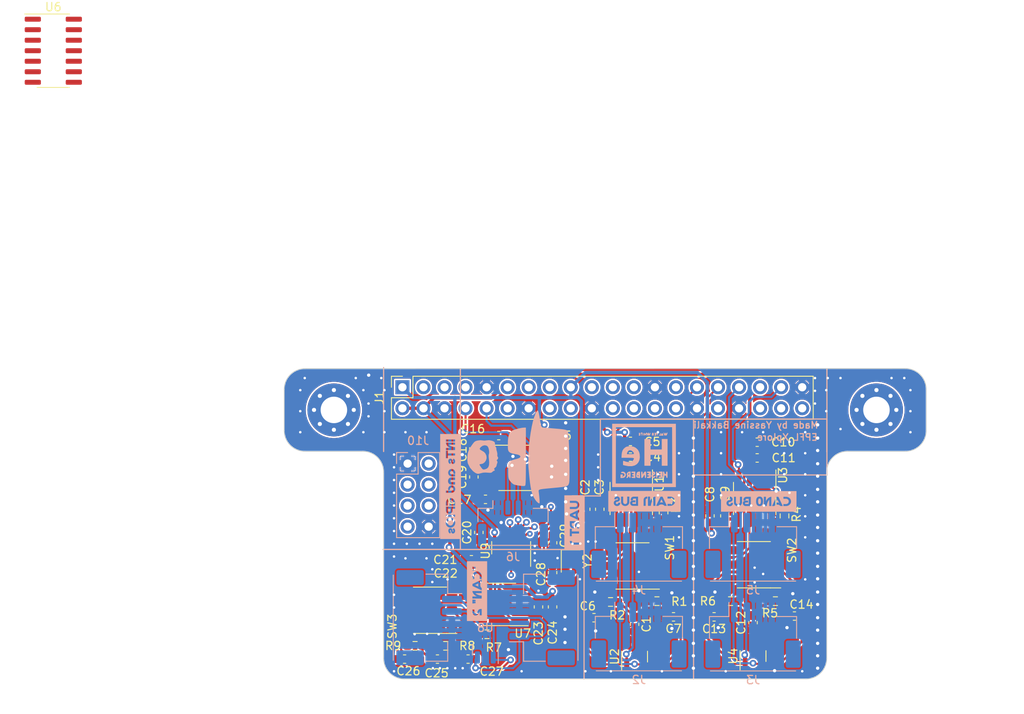
<source format=kicad_pcb>
(kicad_pcb (version 20221018) (generator pcbnew)
  (title_block (title "Jetson AGX Xavier 40pinheader hat") (date "2023-06-17") (rev "MK1") (company "EPFL Xplore") (comment 3 "Made by [MYB]") (comment 4 "AISLER Project ID: YHUOPNUO"))
  (layers (0 "F.Cu" signal) (1 "In1.Cu" signal) (2 "In2.Cu" signal) (31 "B.Cu" signal) (34 "B.Paste" user) (35 "F.Paste" user) (36 "B.SilkS" user "B.Silkscreen") (37 "F.SilkS" user "F.Silkscreen") (38 "B.Mask" user) (39 "F.Mask" user) (44 "Edge.Cuts" user))
  (net 0 "")
  (net 1 "+3V3")
  (net 2 "+5V")
  (net 3 "/I2C_GP5_DAT")
  (net 4 "/I2C_GP5_CLK")
  (net 5 "GND")
  (net 6 "/MCLK05")
  (net 7 "/UART1_TX")
  (net 8 "/UART1_RX")
  (net 9 "/UART1_RTS")
  (net 10 "/I2S2_CLK")
  (net 11 "/PWM01")
  (net 12 "/GPIO27_PWM2")
  (net 13 "/GPIO8_AO_DMIC_IN_DAT")
  (net 14 "/GPIO35_PWM3")
  (net 15 "/SPI1_MOSI")
  (net 16 "/SPI1_MISO")
  (net 17 "/GPIO17_40HEADER")
  (net 18 "/SPI1_SCK")
  (net 19 "/SPI1_CS0")
  (net 20 "/SPI1_CS1")
  (net 21 "/I2C_GP2_DAT")
  (net 22 "/I2C_GP2_CLK")
  (net 23 "/CAN0_DIN")
  (net 24 "/CAN0_DOUT")
  (net 25 "/GPIO9_CAN1_GPIO0_DMIC_CLK")
  (net 26 "/CAN1_DOUT")
  (net 27 "/I2S_FS")
  (net 28 "/UART1_CTS")
  (net 29 "/CAN1_DIN")
  (net 30 "/I2S_SDIN")
  (net 31 "/I2S_SDOUT")
  (net 32 "Net-(J2-Pin_2)")
  (net 33 "Net-(J2-Pin_1)")
  (net 34 "Net-(U1-S)")
  (net 35 "Net-(J3-Pin_2)")
  (net 36 "Net-(J3-Pin_1)")
  (net 37 "Net-(U3-S)")
  (net 38 "Net-(C1-Pad1)")
  (net 39 "Net-(C12-Pad1)")
  (net 40 "Net-(SW1A-A)")
  (net 41 "Net-(SW1B-A)")
  (net 42 "Net-(SW2A-A)")
  (net 43 "Net-(SW2B-A)")
  (net 48 "Net-(U5-V+)")
  (net 49 "Net-(U5-V-)")
  (net 50 "Net-(U5-C1+)")
  (net 51 "Net-(U5-C1-)")
  (net 52 "Net-(U5-C2-)")
  (net 53 "Net-(U5-C2+)")
  (net 54 "Net-(J6-Pin_2)")
  (net 55 "Net-(J6-Pin_3)")
  (net 60 "Net-(C25-Pad1)")
  (net 61 "Net-(J7-Pin_2)")
  (net 62 "Net-(J7-Pin_1)")
  (net 63 "Net-(U7-S)")
  (net 64 "Net-(SW3A-A)")
  (net 65 "Net-(SW3B-A)")
  (net 66 "/FDCAN_TRANSCEIVER2/TXD")
  (net 67 "/FDCAN_TRANSCEIVER2/RXD")
  (net 71 "Net-(U9-OSC2)")
  (net 72 "Net-(U9-OSC1)")
  (footprint "Capacitor_SMD:C_0603_1608Metric_Pad1.08x0.95mm_HandSolder" (layer "F.Cu") (at 50.1 78.1)
    (fp_text reference "C25")
    (fp_text value "4.7uF")
  )
  (footprint "Capacitor_SMD:C_0603_1608Metric_Pad1.08x0.95mm_HandSolder" (layer "F.Cu") (at 62.3 71.8 -90)
    (fp_text reference "C23")
    (fp_text value "0.1uF")
  )
  (footprint "Capacitor_SMD:C_0603_1608Metric_Pad1.08x0.95mm_HandSolder" (layer "F.Cu") (at 54.2 66.1 180)
    (fp_text reference "C21")
    (fp_text value "4.7uF")
  )
  (footprint "Capacitor_SMD:C_0603_1608Metric_Pad1.08x0.95mm_HandSolder" (layer "F.Cu") (at 64 64.05 -90)
    (fp_text reference "C29")
    (fp_text value "22pF")
  )
  (footprint "Crystal:Crystal_SMD_2016-4Pin_2.0x1.6mm" (layer "F.Cu") (at 66.2 66.25 -90)
    (fp_text reference "Y2")
    (fp_text value "CN4040M00010T1521016")
  )
  (footprint "Capacitor_SMD:C_0603_1608Metric_Pad1.08x0.95mm_HandSolder" (layer "F.Cu") (at 54.5 52.7 -90)
    (fp_text reference "C18")
    (fp_text value "0.1uF")
  )
  (footprint "0_switch_button:CAS-220TB" (layer "F.Cu") (at 49.2 72.2 90)
    (fp_text reference "SW3")
    (fp_text value "SW_DPDT_x2")
  )
  (footprint "Connector_PinSocket_2.54mm:PinSocket_2x20_P2.54mm_Vertical" (layer "F.Cu") (at 45.875 45.26 90)
    (fp_text reference "J1")
    (fp_text value "Conn_02x20_Odd_Even")
  )
  (footprint "Resistor_SMD:R_0603_1608Metric_Pad0.98x0.95mm_HandSolder" (layer "F.Cu") (at 56.0875 75.1)
    (fp_text reference "R7")
    (fp_text value "10k")
  )
  (footprint "Capacitor_SMD:C_0603_1608Metric_Pad1.08x0.95mm_HandSolder" (layer "F.Cu") (at 54.2 67.8 180)
    (fp_text reference "C22")
    (fp_text value "0.1uF")
  )
  (footprint "Capacitor_SMD:C_0603_1608Metric_Pad1.08x0.95mm_HandSolder" (layer "F.Cu") (at 55.1 62.8 90)
    (fp_text reference "C20")
    (fp_text value "0.1uF")
  )
  (footprint "0_switch_button:CAS-220TB" (layer "F.Cu") (at 88.3 66.7 90)
    (fp_text reference "SW2")
    (fp_text value "SW_DPDT_x2")
  )
  (footprint "Capacitor_SMD:C_0603_1608Metric_Pad1.08x0.95mm_HandSolder" (layer "F.Cu") (at 83.5 73)
    (fp_text reference "C13")
    (fp_text value "4.7uF")
  )
  (footprint "Resistor_SMD:R_0603_1608Metric_Pad0.98x0.95mm_HandSolder" (layer "F.Cu") (at 71 71.2 180)
    (fp_text reference "R2")
    (fp_text value "60R")
  )
  (footprint "Capacitor_SMD:C_0603_1608Metric_Pad1.08x0.95mm_HandSolder" (layer "F.Cu") (at 68 60 90)
    (fp_text reference "C2")
    (fp_text value "0.1uF")
  )
  (footprint "Capacitor_SMD:C_0603_1608Metric_Pad1.08x0.95mm_HandSolder" (layer "F.Cu") (at 57.5 51.1 180)
    (fp_text reference "C16")
    (fp_text value "0.1uF")
  )
  (footprint "Capacitor_SMD:C_0603_1608Metric_Pad1.08x0.95mm_HandSolder" (layer "F.Cu") (at 88.7 51.9)
    (fp_text reference "C10")
    (fp_text value "0.1uF")
  )
  (footprint "Resistor_SMD:R_0603_1608Metric_Pad0.98x0.95mm_HandSolder" (layer "F.Cu") (at 76.6 71.1 180)
    (fp_text reference "R1")
    (fp_text value "60R")
  )
  (footprint "Capacitor_SMD:C_0603_1608Metric_Pad1.08x0.95mm_HandSolder" (layer "F.Cu") (at 53.8 78.1 180)
    (fp_text reference "C27")
    (fp_text value "4.7uF")
  )
  (footprint "Capacitor_SMD:C_0603_1608Metric_Pad1.08x0.95mm_HandSolder" (layer "F.Cu") (at 64 67.65 90)
    (fp_text reference "C28")
    (fp_text value "22pF")
  )
  (footprint "Capacitor_SMD:C_0603_1608Metric_Pad1.08x0.95mm_HandSolder" (layer "F.Cu") (at 69.7 60 90)
    (fp_text reference "C3")
    (fp_text value "4.7uF")
  )
  (footprint "Capacitor_SMD:C_0603_1608Metric_Pad1.08x0.95mm_HandSolder" (layer "F.Cu") (at 69 73.1)
    (fp_text reference "C6")
    (fp_text value "4.7uF")
  )
  (footprint "Resistor_SMD:R_0603_1608Metric_Pad0.98x0.95mm_HandSolder" (layer "F.Cu") (at 77.4 60.3125 90)
    (fp_text reference "R3")
    (fp_text value "10k")
  )
  (footprint "Capacitor_SMD:C_0603_1608Metric_Pad1.08x0.95mm_HandSolder" (layer "F.Cu") (at 64 71.8 -90)
    (fp_text reference "C24")
    (fp_text value "4.7uF")
  )
  (footprint "Package_SO:SOIC-8_3.9x4.9mm_P1.27mm" (layer "F.Cu") (at 57.6 71.5 180)
    (fp_text reference "U7")
    (fp_text value "TCAN1051HGDQ1")
  )
  (footprint "Capacitor_SMD:C_0603_1608Metric_Pad1.08x0.95mm_HandSolder" (layer "F.Cu") (at 88.2 73.7 -90)
    (fp_text reference "C12")
    (fp_text value "4.7uF")
  )
  (footprint "Capacitor_SMD:C_0603_1608Metric_Pad1.08x0.95mm_HandSolder" (layer "F.Cu") (at 88.7 53.8)
    (fp_text reference "C11")
    (fp_text value "4.7uF")
  )
  (footprint "Package_TO_SOT_SMD:SOT-23" (layer "F.Cu") (at 88.2 77.7375 90)
    (fp_text reference "U4")
    (fp_text value "PESD2CANFD27V-TR")
  )
  (footprint "Resistor_SMD:R_0603_1608Metric_Pad0.98x0.95mm_HandSolder" (layer "F.Cu") (at 92 60.8 90)
    (fp_text reference "R4")
    (fp_text value "10k")
  )
  (footprint "Capacitor_SMD:C_0603_1608Metric_Pad1.08x0.95mm_HandSolder" (layer "F.Cu") (at 84.8 60.8 90)
    (fp_text reference "C9")
    (fp_text value "0.1uF")
  )
  (footprint "Capacitor_SMD:C_0603_1608Metric_Pad1.08x0.95mm_HandSolder" (layer "F.Cu") (at 73.4 51.8)
    (fp_text reference "C5")
    (fp_text value "4.7uF")
  )
  (footprint "Capacitor_SMD:C_0603_1608Metric_Pad1.08x0.95mm_HandSolder" (layer "F.Cu") (at 93.2 72.9 180)
    (fp_text reference "C14")
    (fp_text value "4.7uF")
  )
  (footprint "Package_SO:TSSOP-16_4.4x5mm_P0.65mm" (layer "F.Cu") (at 59.7 55)
    (fp_text reference "U5")
    (fp_text value "TRSF3232EIPWR")
  )
  (footprint "Package_SO:SOIC-8_3.9x4.9mm_P1.27mm" (layer "F.Cu") (at 73.5 58.7 -90)
    (fp_text reference "U1")
    (fp_text value "TCAN1051HGDQ1")
  )
  (footprint "Package_DFN_QFN:DFN-14-1EP_3x4.5mm_P0.65mm_EP1.65x4.25mm" (layer "F.Cu") (at 59 65.4 90)
    (fp_text reference "U9")
    (fp_text value "MCP2517FD-xJHA")
  )
  (footprint "Package_SO:SOIC-14_3.9x8.7mm_P1.27mm" (layer "F.Cu") (at 3.725 4.605)
    (fp_text reference "U6")
    (fp_text value "MCP2517FD-xSL")
  )
  (footprint "MountingHole:MountingHole_3.2mm_M3_Pad_Via" (layer "F.Cu") (at 103.1 48)
    (fp_text reference "H1" hide)
    (fp_text value "MountingHole")
  )
  (footprint "Resistor_SMD:R_0603_1608Metric_Pad0.98x0.95mm_HandSolder" (layer "F.Cu") (at 51.1 76.5 180)
    (fp_text reference "R8")
    (fp_text value "60R")
  )
  (footprint "Capacitor_SMD:C_0603_1608Metric_Pad1.08x0.95mm_HandSolder" (layer "F.Cu") (at 46.1375 78.1)
    (fp_text reference "C26")
    (fp_text value "4.7uF")
  )
  (footprint "Resistor_SMD:R_0603_1608Metric_Pad0.98x0.95mm_HandSolder" (layer "F.Cu") (at 90.9 71.1 180)
    (fp_text reference "R5")
    (fp_text value "60R")
  )
  (footprint "Capacitor_SMD:C_0603_1608Metric_Pad1.08x0.95mm_HandSolder" (layer "F.Cu") (at 78.6 73 180)
    (fp_text reference "C7")
    (fp_text value "4.7uF")
  )
  (footprint "Capacitor_SMD:C_0603_1608Metric_Pad1.08x0.95mm_HandSolder" (layer "F.Cu") (at 73.4 53.7)
    (fp_text reference "C4")
    (fp_text value "0.1uF")
  )
  (footprint "Package_TO_SOT_SMD:SOT-23" (layer "F.Cu") (at 73.9 77.8 90)
    (fp_text reference "U2")
    (fp_text value "PESD2CANFD27V-TR")
  )
  (footprint "Capacitor_SMD:C_0603_1608Metric_Pad1.08x0.95mm_HandSolder" (layer "F.Cu") (at 83 60.8 90)
    (fp_text reference "C8")
    (fp_text value "4.7uF")
  )
  (footprint "Capacitor_SMD:C_0603_1608Metric_Pad1.08x0.95mm_HandSolder" (layer "F.Cu") (at 55.9 58.8)
    (fp_text reference "C17")
    (fp_text value "0.1uF")
  )
  (footprint "Capacitor_SMD:C_0603_1608Metric_Pad1.08x0.95mm_HandSolder" (layer "F.Cu") (at 61.7 51.1 180)
    (fp_text reference "C15")
    (fp_text value "0.1uF")
  )
  (footprint "Package_SO:SOIC-8_3.9x4.9mm_P1.27mm" (layer "F.Cu") (at 88.4 58.7 -90)
    (fp_text reference "U3")
    (fp_text value "TCAN1051HGDQ1")
  )
  (footprint "Capacitor_SMD:C_0603_1608Metric_Pad1.08x0.95mm_HandSolder" (layer "F.Cu") (at 73.9 73.9 -90)
    (fp_text reference "C1")
    (fp_text value "4.7uF")
  )
  (footprint "0_switch_button:CAS-220TB" (layer "F.Cu") (at 73.65 66.85 90)
    (fp_text reference "SW1")
    (fp_text value "SW_DPDT_x2")
  )
  (footprint "Resistor_SMD:R_0603_1608Metric_Pad0.98x0.95mm_HandSolder" (layer "F.Cu") (at 47.4 76.5 180)
    (fp_text reference "R9")
    (fp_text value "60R")
  )
  (footprint "MountingHole:MountingHole_3.2mm_M3_Pad_Via" (layer "F.Cu") (at 37.600044 48.000044)
    (fp_text reference "H2" hide)
    (fp_text value "MountingHole")
  )
  (footprint "Capacitor_SMD:C_0603_1608Metric_Pad1.08x0.95mm_HandSolder" (layer "F.Cu") (at 54.5 56.1 90)
    (fp_text reference "C19")
    (fp_text value "0.1uF")
  )
  (footprint "Resistor_SMD:R_0603_1608Metric_Pad0.98x0.95mm_HandSolder" (layer "F.Cu") (at 85.4875 71.1 180)
    (fp_text reference "R6")
    (fp_text value "60R")
  )
  (footprint "kibuzzard-648DB5C4" (layer "B.Cu") (at 51.67 57.25 -90)
    (fp_text reference "kibuzzard-648DB5C4" hide)
    (fp_text value "G***" hide)
  )
  (footprint "Connector_Molex:Molex_CLIK-Mate_505405-0470_1x04-1MP_P1.50mm_Vertical" (layer "B.Cu") (at 74.422 75.184)
    (fp_text reference "J2")
    (fp_text value "Conn_01x04")
  )
  (footprint "Connector_PinSocket_2.54mm:PinSocket_2x04_P2.54mm_Vertical" (layer "B.Cu") (at 46.5 54.48 180)
    (fp_text reference "J10")
    (fp_text value "Conn_02x04")
  )
  (footprint "kibuzzard-648DB541" (layer "B.Cu") (at 75.09 59.03 180)
    (fp_text reference "kibuzzard-648DB541" hide)
    (fp_text value "G***" hide)
  )
  (footprint "Connector_Molex:Molex_CLIK-Mate_505405-0470_1x04-1MP_P1.50mm_Vertical" (layer "B.Cu") (at 49.1 73.1 -90)
    (fp_text reference "J7" hide)
    (fp_text value "Conn_01x04")
  )
  (footprint "Package_TO_SOT_SMD:SOT-23" (layer "B.Cu") (at 55.88 76.962 90)
    (fp_text reference "U8")
    (fp_text value "PESD2CANFD27V-TR")
  )
  (footprint "kibuzzard-648DB59F" (layer "B.Cu") (at 54.88 69.89 -90)
    (fp_text reference "kibuzzard-648DB59F" hide)
    (fp_text value "G***" hide)
  )
  (footprint "Connector_Molex:Molex_CLIK-Mate_505405-0470_1x04-1MP_P1.50mm_Vertical" (layer "B.Cu") (at 74.422 64.35)
    (fp_text reference "J4")
    (fp_text value "Conn_01x04")
  )
  (footprint "LOGO" (layer "B.Cu") (at 75.04 53.52 180)
    (fp_text reference "G***" hide)
    (fp_text value "LOGO" hide)
  )
  (footprint "Connector_Molex:Molex_CLIK-Mate_505405-0470_1x04-1MP_P1.50mm_Vertical" (layer "B.Cu") (at 88.2 75.2)
    (fp_text reference "J3")
    (fp_text value "Conn_01x04")
  )
  (footprint "LOGO" (layer "B.Cu") (at 58.572369 53.343073 90)
    (fp_text reference "G***" hide)
    (fp_text value "LOGO" hide)
  )
  (footprint "kibuzzard-648DB530" (layer "B.Cu") (at 88.89 59.05 180)
    (fp_text reference "kibuzzard-648DB530" hide)
    (fp_text value "G***" hide)
  )
  (footprint "Connector_Molex:Molex_CLIK-Mate_505405-0470_1x04-1MP_P1.50mm_Vertical" (layer "B.Cu") (at 62.738 73.1 90)
    (fp_text reference "J9" hide)
    (fp_text value "Conn_01x04")
  )
  (footprint "Connector_JST:JST_GH_BM04B-GHS-TBT_1x04-1MP_P1.25mm_Vertical" (layer "B.Cu") (at 59.225 61.75)
    (fp_text reference "J6")
    (fp_text value "Conn_01x04")
  )
  (footprint "kibuzzard-648DB57D" (layer "B.Cu") (at 66.65 61.625 -90)
    (fp_text reference "kibuzzard-648DB57D" hide)
    (fp_text value "G***" hide)
  )
  (footprint "Connector_Molex:Molex_CLIK-Mate_505405-0470_1x04-1MP_P1.50mm_Vertical" (layer "B.Cu") (at 88.2 64.35)
    (fp_text reference "J5")
    (fp_text value "Conn_01x04")
  )
  (gr_line (start 81.02 80.49) (end 81.02 49.12) (stroke (width 0.15)) (layer "B.SilkS"))
  (gr_line (start 67.8 80.505) (end 67.8 64.845) (stroke (width 0.15)) (layer "B.SilkS"))
  (gr_line (start 97.12 53.04) (end 97.12 43.05) (stroke (width 0.15)) (layer "B.SilkS"))
  (gr_line (start 66.37 58.39) (end 69.77 58.39) (stroke (width 0.15)) (layer "B.SilkS"))
  (gr_line (start 52.87 63.5) (end 52.87 43.03) (stroke (width 0.15)) (layer "B.SilkS"))
  (gr_line (start 43.55 64.86) (end 52.87 64.86) (stroke (width 0.15)) (layer "B.SilkS"))
  (gr_line (start 97.12 53.04) (end 97.12 55.86) (stroke (width 0.15)) (layer "B.SilkS"))
  (gr_line (start 69.77 49.1) (end 81.02 49.1) (stroke (width 0.15)) (layer "B.SilkS"))
  (gr_line (start 97.12 49.1) (end 97.12 53.04) (stroke (width 0.15)) (layer "B.SilkS"))
  (gr_line (start 81.02 49.1) (end 97.12 49.1) (stroke (width 0.15)) (layer "B.SilkS"))
  (gr_line (start 43.6 53.02) (end 43.6 42.88) (stroke (width 0.15)) (layer "B.SilkS"))
  (gr_line (start 81.01 55.86) (end 97.13 55.86) (stroke (width 0.15)) (layer "B.SilkS"))
  (gr_line (start 69.77 58.39) (end 69.77 49.1) (stroke (width 0.15)) (layer "B.SilkS"))
  (gr_line (start 52.87 64.86) (end 52.87 63.5) (stroke (width 0.15)) (layer "B.SilkS"))
  (gr_line (start 66.22 64.86) (end 43.55 64.86) (stroke (width 0.15)) (layer "B.SilkS"))
  (gr_line (start 41.1 53) (end 34.109999 53) (stroke (width 0.1)) (layer "Edge.Cuts"))
  (gr_line (start 97.1 55.5) (end 97.1 78) (stroke (width 0.1)) (layer "Edge.Cuts"))
  (gr_arc (start 46.100499 80.500499) (mid 44.332379 79.76812) (end 43.6 78) (stroke (width 0.1)) (layer "Edge.Cuts"))
  (gr_line (start 94.6 80.5) (end 46.1 80.5) (stroke (width 0.1)) (layer "Edge.Cuts"))
  (gr_line (start 43.6 78) (end 43.6 55.5) (stroke (width 0.1)) (layer "Edge.Cuts"))
  (gr_arc (start 34.109999 53) (mid 32.335161 52.264838) (end 31.6 50.49) (stroke (width 0.1)) (layer "Edge.Cuts"))
  (gr_arc (start 31.6 45.52) (mid 32.335162 43.745162) (end 34.11 43.010001) (stroke (width 0.1)) (layer "Edge.Cuts"))
  (gr_arc (start 109.11 50.490001) (mid 108.374838 52.264839) (end 106.6 53) (stroke (width 0.1)) (layer "Edge.Cuts"))
  (gr_arc (start 106.600002 43) (mid 108.37484 43.735162) (end 109.110001 45.51) (stroke (width 0.1)) (layer "Edge.Cuts"))
  (gr_arc (start 97.100499 55.5) (mid 97.832731 53.732233) (end 99.600498 53) (stroke (width 0.1)) (layer "Edge.Cuts"))
  (gr_line (start 31.6 50.49) (end 31.6 45.52) (stroke (width 0.1)) (layer "Edge.Cuts"))
  (gr_arc (start 41.1 53) (mid 42.867767 53.732232) (end 43.6 55.499999) (stroke (width 0.1)) (layer "Edge.Cuts"))
  (gr_arc (start 97.100499 78) (mid 96.36812 79.76812) (end 94.6 80.500499) (stroke (width 0.1)) (layer "Edge.Cuts"))
  (gr_line (start 109.110001 45.51) (end 109.11 50.490001) (stroke (width 0.1)) (layer "Edge.Cuts"))
  (gr_line (start 106.6 53) (end 99.6 53) (stroke (width 0.1)) (layer "Edge.Cuts"))
  (gr_line (start 34.11 43.010001) (end 106.61 43) (stroke (width 0.1)) (layer "Edge.Cuts"))
  (gr_text "Made by Yassine Bakkali" (at 96.16 50.3) (layer "B.SilkS") (effects (font (size 0.8 0.8)) (justify left bottom mirror)))
  (gr_text "EPFL Xplore" (at 96.07 51.77) (layer "B.SilkS") (effects (font (size 0.8 0.8)) (justify left bottom mirror)))
  (segment (start 86.495 61.175) (end 85.2875 61.175) (width 0.4) (layer "F.Cu") (net 1))
  (segment (start 57.05 63.9) (end 55.7625 63.9) (width 0.4) (layer "F.Cu") (net 1))
  (segment (start 83 61.6625) (end 84.8 61.6625) (width 0.4) (layer "F.Cu") (net 1))
  (segment (start 55.0625 69.5325) (end 55.0625 67.8) (width 0.4) (layer "F.Cu") (net 1))
  (segment (start 85.2875 61.175) (end 84.8 61.6625) (width 0.4) (layer "F.Cu") (net 1))
  (segment (start 62.5625 51.1) (end 62.5625 52.725) (width 0.4) (layer "F.Cu") (net 1))
  (segment (start 68 61.0755) (end 67.1 61.9755) (width 0.4) (layer "F.Cu") (net 1))
  (segment (start 63 49.8) (end 63 50.6625) (width 0.4) (layer "F.Cu") (net 1))
  (segment (start 57 62.8) (end 57 63.85) (width 0.4) (layer "F.Cu") (net 1))
  (segment (start 83.2 62.9) (end 83.2 61.8625) (width 0.4) (layer "F.Cu") (net 1))
  (segment (start 55.7625 63.9) (end 55.4 63.5375) (width 0.4) (layer "F.Cu") (net 1))
  (segment (start 70.0125 61.175) (end 71.595 61.175) (width 0.4) (layer "F.Cu") (net 1))
  (segment (start 55.0625 63.875) (end 55.0625 66.1) (width 0.4) (layer "F.Cu") (net 1))
  (segment (start 68 60.8625) (end 69.7 60.8625) (width 0.4) (layer "F.Cu") (net 1))
  (segment (start 69.7 60.8625) (end 70.0125 61.175) (width 0.4) (layer "F.Cu") (net 1))
  (segment (start 55.125 69.595) (end 55.0625 69.5325) (width 0.4) (layer "F.Cu") (net 1))
  (segment (start 57 63.85) (end 57.05 63.9) (width 0.4) (layer "F.Cu") (net 1))
  (segment (start 68 60.8625) (end 68 61.0755) (width 0.4) (layer "F.Cu") (net 1))
  (segment (start 55.0625 66.1) (end 55.0625 67.8) (width 0.4) (layer "F.Cu") (net 1))
  (segment (start 55.4 63.5375) (end 55.0625 63.875) (width 0.4) (layer "F.Cu") (net 1))
  (segment (start 83.2 61.8625) (end 83 61.6625) (width 0.4) (layer "F.Cu") (net 1))
  (segment (start 63 50.6625) (end 62.5625 51.1) (width 0.4) (layer "F.Cu") (net 1))
  (via (at 83.2 62.9) (size 0.8) (drill 0.4) (layers "F.Cu" "B.Cu") (net 1))
  (via (at 67.1 61.9755) (size 0.8) (drill 0.4) (layers "F.Cu" "B.Cu") (net 1))
  (via (at 63 49.8) (size 0.8) (drill 0.4) (layers "F.Cu" "B.Cu") (net 1))
  (via (at 57 62.8) (size 0.8) (drill 0.4) (layers "F.Cu" "B.Cu") (net 1))
  (segment (start 67.48 46.94) (end 67.48 61.5955) (width 0.4) (layer "B.Cu") (net 1))
  (segment (start 66.2 45.265) (end 66.195 45.26) (width 0.4) (layer "B.Cu") (net 1))
  (segment (start 67.955 43.5) (end 81.5 43.5) (width 0.4) (layer "B.Cu") (net 1))
  (segment (start 67.05 46.51) (end 67.48 46.94) (width 0.4) (layer "B.Cu") (net 1))
  (segment (start 62.405 46.605) (end 62.405 49.205) (width 0.4) (layer "B.Cu") (net 1))
  (segment (start 52.205 57.605) (end 55.5 60.9) (width 0.4) (layer "B.Cu") (net 1))
  (segment (start 66.2 46.51) (end 67.05 46.51) (width 0.4) (layer "B.Cu") (net 1))
  (segment (start 45.875 45.26) (end 47.125 46.51) (width 0.4) (layer "B.Cu") (net 1))
  (segment (start 82.685 62.385) (end 83.2 62.9) (width 0.4) (layer "B.Cu") (net 1))
  (segment (start 57 62.330761) (end 57 62.8) (width 0.4) (layer "B.Cu") (net 1))
  (segment (start 66.195 45.26) (end 67.955 43.5) (width 0.4) (layer "B.Cu") (net 1))
  (segment (start 66.2 46.51) (end 66.2 45.265) (width 0.4) (layer "B.Cu") (net 1))
  (segment (start 52.2 46.51) (end 62.5 46.51) (width 0.4) (layer "B.Cu") (net 1))
  (segment (start 52.2 46.51) (end 52.205 46.515) (width 0.4) (layer "B.Cu") (net 1))
  (segment (start 52.205 46.515) (end 52.205 57.605) (width 0.4) (layer "B.Cu") (net 1))
  (segment (start 82.685 44.685) (end 82.685 62.385) (width 0.4) (layer "B.Cu") (net 1))
  (segment (start 55.5 60.9) (end 55.569239 60.9) (width 0.4) (layer "B.Cu") (net 1))
  (segment (start 81.5 43.5) (end 82.685 44.685) (width 0.4) (layer "B.Cu") (net 1))
  (segment (start 62.5 46.51) (end 66.2 46.51) (width 0.4) (layer "B.Cu") (net 1))
  (segment (start 67.48 61.5955) (end 67.1 61.9755) (width 0.4) (layer "B.Cu") (net 1))
  (segment (start 62.405 49.205) (end 63 49.8) (width 0.4) (layer "B.Cu") (net 1))
  (segment (start 47.125 46.51) (end 52.2 46.51) (width 0.4) (layer "B.Cu") (net 1))
  (segment (start 55.569239 60.9) (end 57 62.330761) (width 0.4) (layer "B.Cu") (net 1))
  (segment (start 62.5 46.51) (end 62.405 46.605) (width 0.4) (layer "B.Cu") (net 1))
  (segment (start 64 70.9375) (end 62.3 70.9375) (width 0.4) (layer "F.Cu") (net 2))
  (segment (start 86.722767 43.7) (end 87.805 44.782233) (width 0.4) (layer "F.Cu") (net 2))
  (segment (start 69.562767 43.7) (end 86.722767 43.7) (width 0.4) (layer "F.Cu") (net 2))
  (segment (start 72.5375 51.8) (end 72.5375 53.7) (width 0.4) (layer "F.Cu") (net 2))
  (segment (start 51.6 64.5) (end 51.5 64.6) (width 0.4) (layer "F.Cu") (net 2))
  (segment (start 56.6 46.55) (end 57.285 45.865) (width 0.4) (layer "F.Cu") (net 2))
  (segment (start 64 69.900002) (end 63.999999 69.900001) (width 0.4) (layer "F.Cu") (net 2))
  (segment (start 72.865 54.0275) (end 72.5375 53.7) (width 0.4) (layer "F.Cu") (net 2))
  (segment (start 72.7 50.7) (end 72.7 51.6375) (width 0.4) (layer "F.Cu") (net 2))
  (segment (start 87.805 51.8675) (end 87.8375 51.9) (width 0.4) (layer "F.Cu") (net 2))
  (segment (start 87.8375 51.9) (end 87.8375 53.8) (width 0.4) (layer "F.Cu") (net 2))
  (segment (start 87.8375 53.8) (end 87.765 53.8725) (width 0.4) (layer "F.Cu") (net 2))
  (segment (start 70.025 50.125) (end 70.6 50.7) (width 0.4) (layer "F.Cu") (net 2))
  (segment (start 49.665 46.55) (end 56.6 46.55) (width 0.4) (layer "F.Cu") (net 2))
  (segment (start 51.6 61.2) (end 51.6 64.5) (width 0.4) (layer "F.Cu") (net 2))
  (segment (start 72.865 56.225) (end 72.865 54.0275) (width 0.4) (layer "F.Cu") (net 2))
  (segment (start 58.2995 43.7005) (end 69.562267 43.7005) (width 0.4) (layer "F.Cu") (net 2))
  (segment (start 62.3 70.9375) (end 62.2275 70.865) (width 0.4) (layer "F.Cu") (net 2))
  (segment (start 72.7 51.6375) (end 72.5375 51.8) (width 0.4) (layer "F.Cu") (net 2))
  (segment (start 62.2275 70.865) (end 60.075 70.865) (width 0.4) (layer "F.Cu") (net 2))
  (segment (start 48.415 47.8) (end 45.875 47.8) (width 0.4) (layer "F.Cu") (net 2))
  (segment (start 64 70.9375) (end 64 69.900002) (width 0.4) (layer "F.Cu") (net 2))
  (segment (start 69.562767 43.7) (end 70.025 44.162233) (width 0.4) (layer "F.Cu") (net 2))
  (segment (start 57.285 45.865) (end 57.285 44.715) (width 0.4) (layer "F.Cu") (net 2))
  (segment (start 57.285 44.715) (end 58.2995 43.7005) (width 0.4) (layer "F.Cu") (net 2))
  (segment (start 69.562267 43.7005) (end 69.562767 43.7) (width 0.4) (layer "F.Cu") (net 2))
  (segment (start 87.805 44.782233) (end 87.805 51.8675) (width 0.4) (layer "F.Cu") (net 2))
  (segment (start 87.765 53.8725) (end 87.765 56.225) (width 0.4) (layer "F.Cu") (net 2))
  (segment (start 48.415 47.8) (end 49.665 46.55) (width 0.4) (layer "F.Cu") (net 2))
  (segment (start 70.025 44.162233) (end 70.025 50.125) (width 0.4) (layer "F.Cu") (net 2))
  (via (at 72.7 50.7) (size 0.8) (drill 0.4) (layers "F.Cu" "B.Cu") (net 2))
  (via (at 51.5 64.6) (size 0.8) (drill 0.4) (layers "F.Cu" "B.Cu") (net 2))
  (via (at 70.6 50.7) (size 0.8) (drill 0.4) (layers "F.Cu" "B.Cu") (net 2))
  (via (at 51.6 61.2) (size 0.8) (drill 0.4) (layers "F.Cu" "B.Cu") (net 2))
  (via (at 63.999999 69.900001) (size 0.8) (drill 0.4) (layers "F.Cu" "B.Cu") (net 2))
  (segment (start 63.288 70.612) (end 63.999999 69.900001) (width 0.4) (layer "B.Cu") (net 2))
  (segment (start 60.706 69.342) (end 61.976 70.612) (width 0.4) (layer "B.Cu") (net 2))
  (segment (start 72.7 50.7) (end 70.6 50.7) (width 0.4) (layer "B.Cu") (net 2))
  (segment (start 61.976 70.612) (end 63.288 70.612) (width 0.4) (layer "B.Cu") (net 2))
  (segment (start 51.5 64.6) (end 56.242 69.342) (width 0.4) (layer "B.Cu") (net 2))
  (segment (start 51.6 50.985) (end 51.6 61.2) (width 0.4) (layer "B.Cu") (net 2))
  (segment (start 56.242 69.342) (end 60.706 69.342) (width 0.4) (layer "B.Cu") (net 2))
  (segment (start 48.415 47.8) (end 51.6 50.985) (width 0.4) (layer "B.Cu") (net 2))
  (via (at 94.5 58.310118) (size 0.7) (drill 0.3) (layers "F.Cu" "B.Cu") (net 5))
  (via (at 84 74.3) (size 0.8) (drill 0.4) (layers "F.Cu" "B.Cu") (net 5))
  (via (at 53.86 63.390118) (size 0.7) (drill 0.3) (layers "F.Cu" "B.Cu") (net 5))
  (via (at 44.86 65.710118) (size 0.7) (drill 0.3) (layers "F.Cu" "B.Cu") (net 5))
  (via (at 69.5 54.930118) (size 0.7) (drill 0.3) (layers "F.Cu" "B.Cu") (net 5))
  (via (at 46.24 50.690118) (size 0.7) (drill 0.3) (layers "F.Cu" "B.Cu") (net 5))
  (via (at 41.16 50.690118) (size 0.7) (drill 0.3) (layers "F.Cu" "B.Cu") (net 5))
  (via (at 96 52.9) (size 0.8) (drill 0.4) (layers "F.Cu" "B.Cu") (net 5))
  (via (at 44.86 54.930118) (size 0.7) (drill 0.3) (layers "F.Cu" "B.Cu") (net 5))
  (via (at 96 70) (size 0.8) (drill 0.4) (layers "F.Cu" "B.Cu") (net 5))
  (via (at 47.349636 75.093198) (size 0.7) (drill 0.3) (layers "F.Cu" "B.Cu") (net 5))
  (via (at 47.94 64.170118) (size 0.7) (drill 0.3) (layers "F.Cu" "B.Cu") (net 5))
  (via (at 53.15 79.2) (size 0.7) (drill 0.3) (layers "F.Cu" "B.Cu") (net 5))
  (via (at 94.14 79.570118) (size 0.7) (drill 0.3) (layers "F.Cu" "B.Cu") (net 5))
  (via (at 65.5 76.1) (size 0.8) (drill 0.4) (layers "F.Cu" "B.Cu") (net 5))
  (via (at 90.8 79.5) (size 0.8) (drill 0.4) (layers "F.Cu" "B.Cu") (net 5))
  (via (at 92.6 58.010118) (size 0.7) (drill 0.3) (layers "F.Cu" "B.Cu") (net 5))
  (via (at 95.68 44.150118) (size 0.7) (drill 0.3) (layers "F.Cu" "B.Cu") (net 5))
  (via (at 52.25 79.2) (size 0.7) (drill 0.3) (layers "F.Cu" "B.Cu") (net 5))
  (via (at 64.6 65.9) (size 0.7) (drill 0.3) (layers "F.Cu" "B.Cu") (net 5))
  (via (at 96 57.6) (size 0.8) (drill 0.4) (layers "F.Cu" "B.Cu") (net 5))
  (via (at 62.7 59.7) (size 0.8) (drill 0.4) (layers "F.Cu" "B.Cu") (net 5))
  (via (at 79.26 58.310118) (size 0.7) (drill 0.3) (layers "F.Cu" "B.Cu") (net 5))
  (via (at 69.1 70) (size 0.8) (drill 0.4) (layers "F.Cu" "B.Cu") (net 5))
  (via (at 107.2 50.690118) (size 0.7) (drill 0.3) (layers "F.Cu" "B.Cu") (net 5))
  (via (at 96 59.1) (size 0.8) (drill 0.4) (layers "F.Cu" "B.Cu") (net 5))
  (via (at 94.5 55.770118) (size 0.7) (drill 0.3) (layers "F.Cu" "B.Cu") (net 5))
  (via (at 48.78 65.930118) (size 0.7) (drill 0.3) (layers "F.Cu" "B.Cu") (net 5))
  (via (at 33.54 50.690118) (size 0.7) (drill 0.3) (layers "F.Cu" "B.Cu") (net 5))
  (via (at 86.88 50.690118) (size 0.7) (drill 0.3) (layers "F.Cu" "B.Cu") (net 5))
  (via (at 74.422 67.564) (size 0.7) (drill 0.3) (layers "F.Cu" "B.Cu") (net 5))
  (via (at 86.44 59.550118) (size 0.7) (drill 0.3) (layers "F.Cu" "B.Cu") (net 5))
  (via (at 65.5 74.5) (size 0.8) (drill 0.4) (layers "F.Cu" "B.Cu") (net 5))
  (via (at 81 65.3) (size 0.8) (drill 0.4) (layers "F.Cu" "B.Cu") (net 5))
  (via (at 67.35 64.15) (size 0.7) (drill 0.3) (layers "F.Cu" "B.Cu") (net 5))
  (via (at 44.86 64.170118) (size 0.7) (drill 0.3) (layers "F.Cu" "B.Cu") (net 5))
  (via (at 81 60.7) (size 0.8) (drill 0.4) (layers "F.Cu" "B.Cu") (net 5))
  (via (at 65.581137 49.559561) (size 0.8) (drill 0.4) (layers "F.Cu" "B.Cu") (net 5))
  (via (at 65.581137 51.165227) (size 0.8) (drill 0.4) (layers "F.Cu" "B.Cu") (net 5))
  (via (at 83.6 70) (size 0.8) (drill 0.4) (layers "F.Cu" "B.Cu") (net 5))
  (via (at 76.72 58.310118) (size 0.7) (drill 0.3) (layers "F.Cu" "B.Cu") (net 5))
  (via (at 46.4 64.170118) (size 0.7) (drill 0.3) (layers "F.Cu" "B.Cu") (net 5))
  (via (at 79.26 63.390118) (size 0.7) (drill 0.3) (layers "F.Cu" "B.Cu") (net 5))
  (via (at 97.22 44.150118) (size 0.7) (drill 0.3) (layers "F.Cu" "B.Cu") (net 5))
  (via (at 96 51.4) (size 0.8) (drill 0.4) (layers "F.Cu" "B.Cu") (net 5))
  (via (at 44.86 53.390118) (size 0.7) (drill 0.3) (layers "F.Cu" "B.Cu") (net 5))
  (via (at 81 77.7) (size 0.8) (drill 0.4) (layers "F.Cu" "B.Cu") (net 5))
  (via (at 78.4 70.1) (size 0.8) (drill 0.4) (layers "F.Cu" "B.Cu") (net 5))
  (via (at 71.04 79.570118) (size 0.7) (drill 0.3) (layers "F.Cu" "B.Cu") (net 5))
  (via (at 94.5 53.230118) (size 0.7) (drill 0.3) (layers "F.Cu" "B.Cu") (net 5))
  (via (at 89.42 67.818) (size 0.7) (drill 0.3) (layers "F.Cu" "B.Cu") (net 5))
  (via (at 81 76.2) (size 0.8) (drill 0.4) (layers "F.Cu" "B.Cu") (net 5))
  (via (at 79.26 53.230118) (size 0.7) (drill 0.3) (layers "F.Cu" "B.Cu") (net 5))
  (via (at 68.3 63.9) (size 0.7) (drill 0.3) (layers "F.Cu" "B.Cu") (net 5))
  (via (at 65.5 73) (size 0.8) (drill 0.4) (layers "F.Cu" "B.Cu") (net 5))
  (via (at 51.3 79.2) (size 0.7) (drill 0.3) (layers "F.Cu" "B.Cu") (net 5))
  (via (at 88.392 68.834) (size 0.7) (drill 0.3) (layers "F.Cu" "B.Cu") (net 5))
  (via (at 96 62.2) (size 0.8) (drill 0.4) (layers "F.Cu" "B.Cu") (net 5))
  (via (at 89.42 50.690118) (size 0.7) (drill 0.3) (layers "F.Cu" "B.Cu") (net 5))
  (via (at 76.72 50.690118) (size 0.7) (drill 0.3) (layers "F.Cu" "B.Cu") (net 5))
  (via (at 84.34 50.690118) (size 0.7) (drill 0.3) (layers "F.Cu" "B.Cu") (net 5))
  (via (at 81 52.9) (size 0.8) (drill 0.4) (layers "F.Cu" "B.Cu") (net 5))
  (via (at 44.86 56.470118) (size 0.7) (drill 0.3) (layers "F.Cu" "B.Cu") (net 5))
  (via (at 81 63.8) (size 0.8) (drill 0.4) (layers "F.Cu" "B.Cu") (net 5))
  (via (at 41.78 48.770118) (size 0.7) (drill 0.3) (layers "F.Cu" "B.Cu") (net 5))
  (via (at 96 74.6) (size 0.8) (drill 0.4) (layers "F.Cu" "B.Cu") (net 5))
  (via (at 60.26 79.570118) (size 0.7) (drill 0.3) (layers "F.Cu" "B.Cu") (net 5))
  (via (at 43.7 48.150118) (size 0.7) (drill 0.3) (layers "F.Cu" "B.Cu") (net 5))
  (via (at 84.34 58.310118) (size 0.7) (drill 0.3) (layers "F.Cu" "B.Cu") (net 5))
  (via (at 81 79.2) (size 0.8) (drill 0.4) (layers "F.Cu" "B.Cu") (net 5))
  (via (at 96 60.7) (size 0.8) (drill 0.4) (layers "F.Cu" "B.Cu") (net 5))
  (via (at 65.581137 55.778651) (size 0.8) (drill 0.4) (layers "F.Cu" "B.Cu") (net 5))
  (via (at 96 65.3) (size 0.8) (drill 0.4) (layers "F.Cu" "B.Cu") (net 5))
  (via (at 96 77.7) (size 0.8) (drill 0.4) (layers "F.Cu" "B.Cu") (net 5))
  (via (at 81 59.1) (size 0.8) (drill 0.4) (layers "F.Cu" "B.Cu") (net 5))
  (via (at 96 49.8) (size 0.8) (drill 0.4) (layers "F.Cu" "B.Cu") (net 5))
  (via (at 48.85 75.05) (size 0.7) (drill 0.3) (layers "F.Cu" "B.Cu") (net 5))
  (via (at 92.6 51.850118) (size 0.7) (drill 0.3) (layers "F.Cu" "B.Cu") (net 5))
  (via (at 79.26 60.850118) (size 0.7) (drill 0.3) (layers "F.Cu" "B.Cu") (net 5))
  (via (at 62.3 69.85) (size 0.7) (drill 0.3) (layers "F.Cu" "B.Cu") (net 5))
  (via (at 106.46 44.150118) (size 0.7) (drill 0.3) (layers "F.Cu" "B.Cu") (net 5))
  (via (at 67.96 79.570118) (size 0.7) (drill 0.3) (layers "F.Cu" "B.Cu") (net 5))
  (via (at 33.54 48.150118) (size 0.7) (drill 0.3) (layers "F.Cu" "B.Cu") (net 5))
  (via (at 71.64 58.310118) (size 0.7) (drill 0.3) (layers "F.Cu" "B.Cu") (net 5))
  (via (at 96 79.2) (size 0.8) (drill 0.4) (layers "F.Cu" "B.Cu") (net 5))
  (via (at 97.04 45.610118) (size 0.7) (drill 0.3) (layers "F.Cu" "B.Cu") (net 5))
  (via (at 69.2 63.9) (size 0.7) (drill 0.3) (layers "F.Cu" "B.Cu") (net 5))
  (via (at 96 56) (size 0.8) (drill 0.4) (layers "F.Cu" "B.Cu") (net 5))
  (via (at 33.54 45.610118) (size 0.7) (drill 0.3) (layers "F.Cu" "B.Cu") (net 5))
  (via (at 65.692338 60.56301) (size 0.8) (drill 0.4) (layers "F.Cu" "B.Cu") (net 5))
  (via (at 69.5 53.390118) (size 0.7) (drill 0.3) (layers "F.Cu" "B.Cu") (net 5))
  (via (at 59.213114 53.611484) (size 0.8) (drill 0.4) (layers "F.Cu" "B.Cu") (net 5))
  (via (at 98.76 44.150118) (size 0.7) (drill 0.3) (layers "F.Cu" "B.Cu") (net 5))
  (via (at 84.34 55.770118) (size 0.7) (drill 0.3) (layers "F.Cu" "B.Cu") (net 5))
  (via (at 65.581137 57.48239) (size 0.8) (drill 0.4) (layers "F.Cu" "B.Cu") (net 5))
  (via (at 81 54.5) (size 0.8) (drill 0.4) (layers "F.Cu" "B.Cu") (net 5))
  (via (at 66.4 64.16646) (size 0.7) (drill 0.3) (layers "F.Cu" "B.Cu") (net 5))
  (via (at 96 71.5) (size 0.8) (drill 0.4) (layers "F.Cu" "B.Cu") (net 5))
  (via (at 96 68.4) (size 0.8) (drill 0.4) (layers "F.Cu" "B.Cu") (net 5))
  (via (at 78.4 74.4) (size 0.8) (drill 0.4) (layers "F.Cu" "B.Cu") (net 5))
  (via (at 49.48 68.790118) (size 0.7) (drill 0.3) (layers "F.Cu" "B.Cu") (net 5))
  (via (at 43.32 44.150118) (size 0.7) (drill 0.3) (layers "F.Cu" "B.Cu") (net 5))
  (via (at 93 70.2) (size 0.8) (drill 0.4) (layers "F.Cu" "B.Cu") (net 5))
  (via (at 88.392 67.056) (size 0.7) (drill 0.3) (layers "F.Cu" "B.Cu") (net 5))
  (via (at 77.2 79.570118) (size 0.7) (drill 0.3) (layers "F.Cu" "B.Cu") (net 5))
  (via (at 67.3 68.45) (size 0.7) (drill 0.3) (layers "F.Cu" "B.Cu") (net 5))
  (via (at 41.8 43.8) (size 0.8) (drill 0.4) (layers "F.Cu" "B.Cu") (net 5))
  (via (at 57.8 61.6) (size 0.8) (drill 0.4) (layers "F.Cu" "B.Cu") (net 5))
  (via (at 49.48 67.250118) (size 0.7) (drill 0.3) (layers "F.Cu" "B.Cu") (net 5))
  (via (at 81 62.2) (size 0.8) (drill 0.4) (layers "F.Cu" "B.Cu") (net 5))
  (via (at 94.5 68.470118) (size 0.7) (drill 0.3) (layers "F.Cu" "B.Cu") (net 5))
  (via (at 48.78 50.690118) (size 0.7) (drill 0.3) (layers "F.Cu" "B.Cu") (net 5))
  (via (at 41.78 47.230118) (size 0.7) (drill 0.3) (layers "F.Cu" "B.Cu") (net 5))
  (via (at 97.04 48.150118) (size 0.7) (drill 0.3) (layers "F.Cu" "B.Cu") (net 5))
  (via (at 81 73.1) (size 0.8) (drill 0.4) (layers "F.Cu" "B.Cu") (net 5))
  (via (at 95.68 47.230118) (size 0.7) (drill 0.3) (layers "F.Cu" "B.Cu") (net 5))
  (via (at 81 57.6) (size 0.8) (drill 0.4) (layers "F.Cu" "B.Cu") (net 5))
  (via (at 65.581137 59.1) (size 0.8) (drill 0.4) (layers "F.Cu" "B.Cu") (net 5))
  (via (at 81 51.4) (size 0.8) (drill 0.4) (layers "F.Cu" "B.Cu") (net 5))
  (via (at 41.16 45.610118) (size 0.7) (drill 0.3) (layers "F.Cu" "B.Cu") (net 5))
  (via (at 96 63.8) (size 0.8) (drill 0.4) (layers "F.Cu" "B.Cu") (net 5))
  (via (at 79.26 55.770118) (size 0.7) (drill 0.3) (layers "F.Cu" "B.Cu") (net 5))
  (via (at 44.86 70.330118) (size 0.7) (drill 0.3) (layers "F.Cu" "B.Cu") (net 5))
  (via (at 96 54.5) (size 0.8) (drill 0.4) (layers "F.Cu" "B.Cu") (net 5))
  (via (at 58.674 76.962) (size 0.8) (drill 0.4) (layers "F.Cu" "B.Cu") (net 5))
  (via (at 65.581137 54.096078) (size 0.8) (drill 0.4) (layers "F.Cu" "B.Cu") (net 5))
  (via (at 107.2 45.610118) (size 0.7) (drill 0.3) (layers "F.Cu" "B.Cu") (net 5))
  (via (at 43.7 50.690118) (size 0.7) (drill 0.3) (layers "F.Cu" "B.Cu") (net 5))
  (via (at 81 70) (size 0.8) (drill 0.4) (layers "F.Cu" "B.Cu") (net 5))
  (via (at 107.2 48.150118) (size 0.7) (drill 0.3) (layers "F.Cu" "B.Cu") (net 5))
  (via (at 92.3 74.3) (size 0.8) (drill 0.4) (layers "F.Cu" "B.Cu") (net 5))
  (via (at 44.86 61.090118) (size 0.7) (drill 0.3) (layers "F.Cu" "B.Cu") (net 5))
  (via (at 91.96 53.230118) (size 0.7) (drill 0.3) (layers "F.Cu" "B.Cu") (net 5))
  (via (at 49.48 64.170118) (size 0.7) (drill 0.3) (layers "F.Cu" "B.Cu") (net 5))
  (via (at 61.85 64.45) (size 0.7) (drill 0.3) (layers "F.Cu" "B.Cu") (net 5))
  (via (at 53.1 53.4) (size 0.8) (drill 0.4) (layers "F.Cu" "B.Cu") (net 5))
  (via (at 44.86 62.630118) (size 0.7) (drill 0.3) (layers "F.Cu" "B.Cu") (net 5))
  (via (at 91.96 55.770118) (size 0.7) (drill 0.3) (layers "F.Cu" "B.Cu") (net 5))
  (via (at 81 68.4) (size 0.8) (drill 0.4) (layers "F.Cu" "B.Cu") (net 5))
  (via (at 69.2 74.7) (size 0.8) (drill 0.4) (layers "F.Cu" "B.Cu") (net 5))
  (via (at 40.24 44.150118) (size 0.7) (drill 0.3) (layers "F.Cu" "B.Cu") (net 5))
  (via (at 95.68 45.690118) (size 0.7) (drill 0.3) (layers "F.Cu" "B.Cu") (net 5))
  (via (at 44.86 71.870118) (size 0.7) (drill 0.3) (layers "F.Cu" "B.Cu") (net 5))
  (via (at 96 66.9) (size 0.8) (drill 0.4) (layers "F.Cu" "B.Cu") (net 5))
  (via (at 104.92 44.150118) (size 0.7) (drill 0.3) (layers "F.Cu" "B.Cu") (net 5))
  (via (at 74.422 69.85) (size 0.8) (drill 0.4) (layers "F.Cu" "B.Cu") (net 5))
  (via (at 84.34 53.230118) (size 0.7) (drill 0.3) (layers "F.Cu" "B.Cu") (net 5))
  (via (at 43.7 45.610118) (size 0.7) (drill 0.3) (layers "F.Cu" "B.Cu") (net 5))
  (via (at 50.25 75.1) (size 0.7) (drill 0.3) (layers "F.Cu" "B.Cu") (net 5))
  (via (at 98.76 50.310118) (size 0.7) (drill 0.3) (layers "F.Cu" "B.Cu") (net 5))
  (via (at 89.52 59.550118) (size 0.7) (drill 0.3) (layers "F.Cu" "B.Cu") (net 5))
  (via (at 81 56) (size 0.8) (drill 0.4) (layers "F.Cu" "B.Cu") (net 5))
  (via (at 84.9 79.570118) (size 0.7) (drill 0.3) (layers "F.Cu" "B.Cu") (net 5))
  (via (at 46.24 65.930118) (size 0.7) (drill 0.3) (layers "F.Cu" "B.Cu") (net 5))
  (via (at 81 66.9) (size 0.8) (drill 0.4) (layers "F.Cu" "B.Cu") (net 5))
  (via (at 51.32 68.470118) (size 0.7) (drill 0.3) (layers "F.Cu" "B.Cu") (net 5))
  (via (at 65.581137 52.65339) (size 0.8) (drill 0.4) (layers "F.Cu" "B.Cu") (net 5))
  (via (at 94.5 63.390118) (size 0.7) (drill 0.3) (layers "F.Cu" "B.Cu") (net 5))
  (via (at 94.5 60.850118) (size 0.7) (drill 0.3) (layers "F.Cu" "B.Cu") (net 5))
  (via (at 61.85 65.3) (size 0.7) (drill 0.3) (layers "F.Cu" "B.Cu") (net 5))
  (via (at 96 73.1) (size 0.8) (drill 0.4) (layers "F.Cu" "B.Cu") (net 5))
  (via (at 61.48 58.310118) (size 0.7) (drill 0.3) (layers "F.Cu" "B.Cu") (net 5))
  (via (at 96 76.2) (size 0.8) (drill 0.4) (layers "F.Cu" "B.Cu") (net 5))
  (via (at 49.55 79.2) (size 0.7) (drill 0.3) (layers "F.Cu" "B.Cu") (net 5))
  (via (at 56.2 60.1) (size 0.8) (drill 0.4) (layers "F.Cu" "B.Cu") (net 5))
  (via (at 61.85 66.2) (size 0.7) (drill 0.3) (layers "F.Cu" "B.Cu") (net 5))
  (via (at 81 74.6) (size 0.8) (drill 0.4) (layers "F.Cu" "B.Cu") (net 5))
  (via (at 87.98 59.550118) (size 0.7) (drill 0.3) (layers "F.Cu" "B.Cu") (net 5))
  (via (at 44.86 79.570118) (size 0.7) (drill 0.3) (layers "F.Cu" "B.Cu") (net 5))
  (via (at 81 71.5) (size 0.8) (drill 0.4) (layers "F.Cu" "B.Cu") (net 5))
  (via (at 34.08 44.150118) (size 0.7) (drill 0.3) (layers "F.Cu" "B.Cu") (net 5))
  (via (at 94.5 50.690118) (size 0.7) (drill 0.3) (layers "F.Cu" "B.Cu") (net 5))
  (via (at 50.4 79.2) (size 0.7) (drill 0.3) (layers "F.Cu" "B.Cu") (net 5))
  (via (at 44.86 58.010118) (size 0.7) (drill 0.3) (layers "F.Cu" "B.Cu") (net 5))
  (via (at 76.72 55.770118) (size 0.7) (drill 0.3) (layers "F.Cu" "B.Cu") (net 5))
  (via (at 44.86 59.550118) (size 0.7) (drill 0.3) (layers "F.Cu" "B.Cu") (net 5))
  (via (at 69.5 56.470118) (size 0.7) (drill 0.3) (layers "F.Cu" "B.Cu") (net 5))
  (segment (start 62.685015 56.097515) (end 63.8755 56.097515) (width 0.25) (layer "F.Cu") (net 7))
  (segment (start 53.495 50.405) (end 53.2 50.7) (width 0.25) (layer "F.Cu") (net 7))
  (segment (start 62.5625 55.975) (end 62.685015 56.097515) (width 0.25) (layer "F.Cu") (net 7))
  (segment (start 53.495 47.8) (end 53.495 50.405) (width 0.25) (layer "F.Cu") (net 7))
  (via (at 53.2 50.7) (size 0.8) (drill 0.4) (layers "F.Cu" "B.Cu") (net 7))
  (via (at 63.8755 56.097515) (size 0.8) (drill 0.4) (layers "F.Cu" "B.Cu") (net 7))
  (segment (start 63.8755 56.060646) (end 63.8755 56.097515) (width 0.25) (layer "B.Cu") (net 7))
  (segment (start 53.2 50.7) (end 58.514854 50.7) (width 0.25) (layer "B.Cu") (net 7))
  (segment (start 58.514854 50.7) (end 63.8755 56.060646) (width 0.25) (layer "B.Cu") (net 7))
  (segment (start 63.375 55.325) (end 62.5625 55.325) (width 0.25) (layer "F.Cu") (net 8))
  (segment (start 63.9 54.8) (end 63.375 55.325) (width 0.25) (layer "F.Cu") (net 8))
  (via (at 63.9 54.8) (size 0.8) (drill 0.4) (layers "F.Cu" "B.Cu") (net 8))
  (segment (start 56.035 47.8) (end 56.035 49.335) (width 0.25) (layer "B.Cu") (net 8))
  (segment (start 59 49.9) (end 63.9 54.8) (width 0.25) (layer "B.Cu") (net 8))
  (segment (start 56.035 49.335) (end 56.6 49.9) (width 0.25) (layer "B.Cu") (net 8))
  (segment (start 56.6 49.9) (end 59 49.9) (width 0.25) (layer "B.Cu") (net 8))
  (segment (start 58.35 63.375) (end 58.35 63.9) (width 0.25) (layer "F.Cu") (net 15))
  (segment (start 59.85 61.875) (end 58.35 63.375) (width 0.25) (layer "F.Cu") (net 15))
  (segment (start 59.85 61.2495) (end 59.85 61.875) (width 0.25) (layer "F.Cu") (net 15))
  (via (at 59.85 61.2495) (size 0.8) (drill 0.4) (layers "F.Cu" "B.Cu") (net 15))
  (segment (start 59.821934 62.600499) (end 59.774501 62.600499) (width 0.25) (layer "F.Cu") (net 16))
  (segment (start 59 63.375) (end 59 63.9) (width 0.25) (layer "F.Cu") (net 16))
  (segment (start 60.847933 61.5745) (end 59.821934 62.600499) (width 0.25) (layer "F.Cu") (net 16))
  (segment (start 59.774501 62.600499) (end 59 63.375) (width 0.25) (layer "F.Cu") (net 16))
  (via (at 60.847933 61.5745) (size 0.8) (drill 0.4) (layers "F.Cu" "B.Cu") (net 16))
  (segment (start 59 67.95) (end 59 66.9) (width 0.25) (layer "F.Cu") (net 17))
  (via (at 59 67.95) (size 0.7) (drill 0.3) (layers "F.Cu" "B.Cu") (net 17))
  (segment (start 60.964288 62.2995) (end 60.759329 62.2995) (width 0.25) (layer "F.Cu") (net 18))
  (segment (start 59.992394 63.050499) (end 59.65 63.392893) (width 0.25) (layer "F.Cu") (net 18))
  (segment (start 59.65 63.392893) (end 59.65 63.9) (width 0.25) (layer "F.Cu") (net 18))
  (segment (start 61.647774 62.290896) (end 60.972892 62.290896) (width 0.25) (layer "F.Cu") (net 18))
  (segment (start 60.972892 62.290896) (end 60.964288 62.2995) (width 0.25) (layer "F.Cu") (net 18))
  (segment (start 60.00833 63.050499) (end 59.992394 63.050499) (width 0.25) (layer "F.Cu") (net 18))
  (segment (start 61.81417 62.1245) (end 61.647774 62.290896) (width 0.25) (layer "F.Cu") (net 18))
  (segment (start 60.759329 62.2995) (end 60.00833 63.050499) (width 0.25) (layer "F.Cu") (net 18))
  (via (at 61.81417 62.1245) (size 0.8) (drill 0.4) (layers "F.Cu" "B.Cu") (net 18))
  (segment (start 58.85 62.225) (end 58.85 61.6) (width 0.25) (layer "F.Cu") (net 19))
  (segment (start 57.7 63.9) (end 57.7 63.375) (width 0.25) (layer "F.Cu") (net 19))
  (segment (start 57.7 63.375) (end 58.85 62.225) (width 0.25) (layer "F.Cu") (net 19))
  (via (at 58.85 61.6) (size 0.8) (drill 0.4) (layers "F.Cu" "B.Cu") (net 19))
  (segment (start 63.8 59.7) (end 63.8 61.475) (width 0.25) (layer "F.Cu") (net 21))
  (segment (start 61.375 63.9) (end 60.95 63.9) (width 0.25) (layer "F.Cu") (net 21))
  (segment (start 63.8 61.475) (end 61.375 63.9) (width 0.25) (layer "F.Cu") (net 21))
  (via (at 63.8 59.7) (size 0.7) (drill 0.3) (layers "F.Cu" "B.Cu") (net 21))
  (segment (start 60.926997 62.965896) (end 60.3 63.592893) (width 0.25) (layer "F.Cu") (net 22))
  (segment (start 61.252487 62.965896) (end 60.926997 62.965896) (width 0.25) (layer "F.Cu") (net 22))
  (segment (start 60.3 63.592893) (end 60.3 63.9) (width 0.25) (layer "F.Cu") (net 22))
  (via (at 61.252487 62.965896) (size 0.7) (drill 0.3) (layers "F.Cu" "B.Cu") (net 22))
  (segment (start 71.595 50.705) (end 72.9 49.4) (width 0.25) (layer "F.Cu") (net 23))
  (segment (start 71.595 56.225) (end 71.595 50.705) (width 0.25) (layer "F.Cu") (net 23))
  (segment (start 80.07 46.625) (end 81.435 45.26) (width 0.25) (layer "F.Cu") (net 23))
  (segment (start 72.9 49.4) (end 79.6 49.4) (width 0.25) (layer "F.Cu") (net 23))
  (segment (start 80.07 48.93) (end 80.07 46.625) (width 0.25) (layer "F.Cu") (net 23))
  (segment (start 79.6 49.4) (end 80.07 48.93) (width 0.25) (layer "F.Cu") (net 23))
  (segment (start 82.61 48.326396) (end 82.61 46.625) (width 0.25) (layer "F.Cu") (net 24))
  (segment (start 75.405 53.895) (end 79.45 49.85) (width 0.25) (layer "F.Cu") (net 24))
  (segment (start 81.086396 49.85) (end 82.61 48.326396) (width 0.25) (layer "F.Cu") (net 24))
  (segment (start 75.405 56.225) (end 75.405 53.895) (width 0.25) (layer "F.Cu") (net 24))
  (segment (start 82.61 46.625) (end 83.975 45.26) (width 0.25) (layer "F.Cu") (net 24))
  (segment (start 79.45 49.85) (end 81.086396 49.85) (width 0.25) (layer "F.Cu") (net 24))
  (segment (start 90.305 57.105) (end 91 57.8) (width 0.25) (layer "F.Cu") (net 26))
  (segment (start 90.305 56.225) (end 90.305 57.105) (width 0.25) (layer "F.Cu") (net 26))
  (via (at 91 57.8) (size 0.8) (drill 0.4) (layers "F.Cu" "B.Cu") (net 26))
  (segment (start 91 57.8) (end 90.99 57.81) (width 0.25) (layer "B.Cu") (net 26))
  (segment (start 85.3 46.475) (end 86.515 45.26) (width 0.25) (layer "B.Cu") (net 26))
  (segment (start 85.3 54.58) (end 85.3 46.475) (width 0.25) (layer "B.Cu") (net 26))
  (segment (start 90.99 57.81) (end 88.53 57.81) (width 0.25) (layer "B.Cu") (net 26))
  (segment (start 88.53 57.81) (end 85.3 54.58) (width 0.25) (layer "B.Cu") (net 26))
  (segment (start 86.495 54.695) (end 86.4 54.6) (width 0.25) (layer "F.Cu") (net 29))
  (segment (start 86.495 56.225) (end 86.495 54.695) (width 0.25) (layer "F.Cu") (net 29))
  (via (at 86.4 54.6) (size 0.8) (drill 0.4) (layers "F.Cu" "B.Cu") (net 29))
  (segment (start 85.77 50.3) (end 85.77 53.97) (width 0.25) (layer "B.Cu") (net 29))
  (segment (start 87.69 48.38) (end 85.77 50.3) (width 0.25) (layer "B.Cu") (net 29))
  (segment (start 91.595 45.26) (end 90.42 46.435) (width 0.25) (layer "B.Cu") (net 29))
  (segment (start 90.42 46.435) (end 88.355001 46.435) (width 0.25) (layer "B.Cu") (net 29))
  (segment (start 85.77 53.97) (end 86.4 54.6) (width 0.25) (layer "B.Cu") (net 29))
  (segment (start 88.355001 46.435) (end 87.69 47.100001) (width 0.25) (layer "B.Cu") (net 29))
  (segment (start 87.69 47.100001) (end 87.69 48.38) (width 0.25) (layer "B.Cu") (net 29))
  (segment (start 68.1375 69.937195) (end 68.1375 73.1) (width 0.25) (layer "F.Cu") (net 32))
  (segment (start 71 67.4) (end 70.625 67.775) (width 0.25) (layer "F.Cu") (net 32))
  (segment (start 68.1375 73.1) (end 68.1375 76.8375) (width 0.25) (layer "F.Cu") (net 32))
  (segment (start 70.361827 67.775) (end 70.025 68.111827) (width 0.25) (layer "F.Cu") (net 32))
  (segment (start 72.95 77.55) (end 72.9 77.5) (width 0.25) (layer "F.Cu") (net 32))
  (segment (start 70.0375 78.7375) (end 72.95 78.7375) (width 0.25) (layer "F.Cu") (net 32))
  (segment (start 70.025 68.111827) (end 70.025 68.675) (width 0.25) (layer "F.Cu") (net 32))
  (segment (start 70.625 67.775) (end 70.361827 67.775) (width 0.25) (layer "F.Cu") (net 32))
  (segment (start 72.865 64.985) (end 72.865 61.175) (width 0.25) (layer "F.Cu") (net 32))
  (segment (start 68.799695 69.275) (end 68.1375 69.937195) (width 0.25) (layer "F.Cu") (net 32))
  (segment (start 69.425 69.275) (end 68.799695 69.275) (width 0.25) (layer "F.Cu") (net 32))
  (segment (start 68.1375 76.8375) (end 70.0375 78.7375) (width 0.25) (layer "F.Cu") (net 32))
  (segment (start 72.95 78.7375) (end 72.95 77.55) (width 0.25) (layer "F.Cu") (net 32))
  (segment (start 70.025 68.675) (end 69.425 69.275) (width 0.25) (layer "F.Cu") (net 32))
  (segment (start 71 66.85) (end 72.865 64.985) (width 0.25) (layer "F.Cu") (net 32))
  (segment (start 71 66.85) (end 71 67.4) (width 0.25) (layer "F.Cu") (net 32))
  (via (at 72.9 77.5) (size 0.8) (drill 0.4) (layers "F.Cu" "B.Cu") (net 32))
  (segment (start 73.66 76.74) (end 73.66 61.612) (width 0.25) (layer "B.Cu") (net 32))
  (segment (start 73.66 61.612) (end 73.672 61.6) (width 0.25) (layer "B.Cu") (net 32))
  (segment (start 72.9 77.5) (end 73.66 76.74) (width 0.25) (layer "B.Cu") (net 32))
  (segment (start 79.4625 73) (end 79.4625 76.8375) (width 0.25) (layer "F.Cu") (net 33))
  (segment (start 79.4625 70.0125) (end 79.4625 73) (width 0.25) (layer "F.Cu") (net 33))
  (segment (start 77.5625 78.7375) (end 74.85 78.7375) (width 0.25) (layer "F.Cu") (net 33))
  (segment (start 74.85 78.7375) (end 73.9375 78.7375) (width 0.25) (layer "F.Cu") (net 33))
  (segment (start 76.3 66.85) (end 79.4625 70.0125) (width 0.25) (layer "F.Cu") (net 33))
  (segment (start 73.9375 78.7375) (end 73.9 78.7) (width 0.25) (layer "F.Cu") (net 33))
  (segment (start 76.3 66.85) (end 76.05 66.85) (width 0.25) (layer "F.Cu") (net 33))
  (segment (start 76.05 66.85) (end 74.135 64.935) (width 0.25) (layer "F.Cu") (net 33))
  (segment (start 74.135 64.935) (end 74.135 61.175) (width 0.25) (layer "F.Cu") (net 33))
  (segment (start 79.4625 76.8375) (end 77.5625 78.7375) (width 0.25) (layer "F.Cu") (net 33))
  (via (at 73.9 78.7) (size 0.8) (drill 0.4) (layers "F.Cu" "B.Cu") (net 33))
  (segment (start 72.136 61.636) (end 72.136 78.486) (width 0.25) (layer "B.Cu") (net 33))
  (segment (start 72.172 61.6) (end 72.136 61.636) (width 0.25) (layer "B.Cu") (net 33))
  (segment (start 72.35 78.7) (end 73.9 78.7) (width 0.25) (layer "B.Cu") (net 33))
  (segment (start 72.136 78.486) (end 72.35 78.7) (width 0.25) (layer "B.Cu") (net 33))
  (segment (start 77.4 61.225) (end 75.455 61.225) (width 0.25) (layer "F.Cu") (net 34))
  (segment (start 75.455 61.225) (end 75.405 61.175) (width 0.25) (layer "F.Cu") (net 34))
  (segment (start 82.6375 73) (end 82.6375 75.5375) (width 0.25) (layer "F.Cu") (net 35))
  (segment (start 82.6375 75.5375) (end 85.775 78.675) (width 0.25) (layer "F.Cu") (net 35))
  (segment (start 85.65 66.7) (end 82.6375 69.7125) (width 0.25) (layer "F.Cu") (net 35))
  (segment (start 85.775 78.675) (end 87.25 78.675) (width 0.25) (layer "F.Cu") (net 35))
  (segment (start 87.25 78.675) (end 87.25 77.65) (width 0.25) (layer "F.Cu") (net 35))
  (segment (start 87.765 61.175) (end 87.765 64.66) (width 0.25) (layer "F.Cu") (net 35))
  (segment (start 85.725 66.7) (end 85.65 66.7) (width 0.25) (layer "F.Cu") (net 35))
  (segment (start 82.6375 69.7125) (end 82.6375 73) (width 0.25) (layer "F.Cu") (net 35))
  (segment (start 87.25 77.65) (end 87.2 77.6) (width 0.25) (layer "F.Cu") (net 35))
  (segment (start 87.765 64.66) (end 85.725 66.7) (width 0.25) (layer "F.Cu") (net 35))
  (via (at 87.2 77.6) (size 0.8) (drill 0.4) (layers "F.Cu" "B.Cu") (net 35))
  (segment (start 87.376 77.424) (end 87.376 61.674) (width 0.25) (layer "B.Cu") (net 35))
  (segment (start 87.2 77.6) (end 87.376 77.424) (width 0.25) (layer "B.Cu") (net 35))
  (segment (start 87.376 61.674) (end 87.45 61.6) (width 0.25) (layer "B.Cu") (net 35))
  (segment (start 94.0625 76.0375) (end 91.425 78.675) (width 0.25) (layer "F.Cu") (net 36))
  (segment (start 89.035 64.785) (end 90.95 66.7) (width 0.25) (layer "F.Cu") (net 36))
  (segment (start 90.95 66.7) (end 94.0625 69.8125) (width 0.25) (layer "F.Cu") (net 36))
  (segment (start 94.0625 72.9) (end 94.0625 76.0375) (width 0.25) (layer "F.Cu") (net 36))
  (segment (start 89.035 61.175) (end 89.035 64.785) (width 0.25) (layer "F.Cu") (net 36))
  (segment (start 89.15 78.675) (end 88.275 78.675) (width 0.25) (layer "F.Cu") (net 36))
  (segment (start 88.275 78.675) (end 88.2 78.6) (width 0.25) (layer "F.Cu") (net 36))
  (segment (start 91.425 78.675) (end 89.15 78.675) (width 0.25) (layer "F.Cu") (net 36))
  (segment (start 94.0625 69.8125) (end 94.0625 72.9) (width 0.25) (layer "F.Cu") (net 36))
  (via (at 88.2 78.6) (size 0.8) (drill 0.4) (layers "F.Cu" "B.Cu") (net 36))
  (segment (start 86.3 78.6) (end 85.852 78.152) (width 0.25) (layer "B.Cu") (net 36))
  (segment (start 85.852 78.152) (end 85.852 61.698) (width 0.25) (layer "B.Cu") (net 36))
  (segment (start 85.852 61.698) (end 85.95 61.6) (width 0.25) (layer "B.Cu") (net 36))
  (segment (start 88.2 78.6) (end 86.3 78.6) (width 0.25) (layer "B.Cu") (net 36))
  (segment (start 91.4625 61.175) (end 92 61.7125) (width 0.25) (layer "F.Cu") (net 37))
  (segment (start 90.305 61.175) (end 91.4625 61.175) (width 0.25) (layer "F.Cu") (net 37))
  (segment (start 72.0625 71.2) (end 73.9 73.0375) (width 0.25) (layer "F.Cu") (net 38))
  (segment (start 75.6875 71.25) (end 73.9 73.0375) (width 0.25) (layer "F.Cu") (net 38))
  (segment (start 71.9125 71.2) (end 72.0625 71.2) (width 0.25) (layer "F.Cu") (net 38))
  (segment (start 75.6875 71.1) (end 75.6875 71.25) (width 0.25) (layer "F.Cu") (net 38))
  (segment (start 86.4625 71.1) (end 88.2 72.8375) (width 0.25) (layer "F.Cu") (net 39))
  (segment (start 86.4 71.1) (end 86.4625 71.1) (width 0.25) (layer "F.Cu") (net 39))
  (segment (start 89.9375 71.1) (end 88.2 72.8375) (width 0.25) (layer "F.Cu") (net 39))
  (segment (start 89.9875 71.1) (end 89.9375 71.1) (width 0.25) (layer "F.Cu") (net 39))
  (segment (start 76.3 68.6) (end 77.5125 69.8125) (width 0.25) (layer "F.Cu") (net 40))
  (segment (start 77.5125 69.8125) (end 77.5125 71.1) (width 0.25) (layer "F.Cu") (net 40))
  (segment (start 71 68.6) (end 70.0875 69.5125) (width 0.25) (layer "F.Cu") (net 41))
  (segment (start 70.0875 69.5125) (end 70.0875 71.2) (width 0.25) (layer "F.Cu") (net 41))
  (segment (start 90.95 68.45) (end 90.95 70.2375) (width 0.25) (layer "F.Cu") (net 42))
  (segment (start 90.95 70.2375) (end 91.8125 71.1) (width 0.25) (layer "F.Cu") (net 42))
  (segment (start 85.65 70.025) (end 84.575 71.1) (width 0.25) (layer "F.Cu") (net 43))
  (segment (start 85.65 68.45) (end 85.65 70.025) (width 0.25) (layer "F.Cu") (net 43))
  (segment (start 58.3625 51.1) (end 58.3625 52.538541) (width 0.25) (layer "F.Cu") (net 48))
  (segment (start 57.526041 53.375) (end 56.8375 53.375) (width 0.25) (layer "F.Cu") (net 48))
  (segment (start 58.3625 52.538541) (end 57.526041 53.375) (width 0.25) (layer "F.Cu") (net 48))
  (segment (start 55.775 58.0625) (end 55.0375 58.8) (width 0.25) (layer "F.Cu") (net 49))
  (segment (start 56.148959 55.975) (end 55.775 56.348959) (width 0.25) (layer "F.Cu") (net 49))
  (segment (start 55.775 56.348959) (end 55.775 58.0625) (width 0.25) (layer "F.Cu") (net 49))
  (segment (start 56.8375 55.975) (end 56.148959 55.975) (width 0.25) (layer "F.Cu") (net 49))
  (segment (start 55.3875 52.725) (end 54.5 51.8375) (width 0.25) (layer "F.Cu") (net 50))
  (segment (start 56.8375 52.725) (end 55.3875 52.725) (width 0.25) (layer "F.Cu") (net 50))
  (segment (start 54.9625 54.025) (end 56.8375 54.025) (width 0.25) (layer "F.Cu") (net 51))
  (segment (start 54.5 53.5625) (end 54.9625 54.025) (width 0.25) (layer "F.Cu") (net 51))
  (segment (start 56.1375 55.325) (end 54.5 56.9625) (width 0.25) (layer "F.Cu") (net 52))
  (segment (start 56.8375 55.325) (end 56.1375 55.325) (width 0.25) (layer "F.Cu") (net 52))
  (segment (start 55.0625 54.675) (end 54.5 55.2375) (width 0.25) (layer "F.Cu") (net 53))
  (segment (start 56.8375 54.675) (end 55.0625 54.675) (width 0.25) (layer "F.Cu") (net 53))
  (segment (start 59.125 54.675) (end 59.1 54.7) (width 0.25) (layer "F.Cu") (net 54))
  (segment (start 62.5625 54.675) (end 59.125 54.675) (width 0.25) (layer "F.Cu") (net 54))
  (via (at 59.1 54.7) (size 0.8) (drill 0.4) (layers "F.Cu" "B.Cu") (net 54))
  (segment (start 59.1 54.7) (end 58.6 55.2) (width 0.25) (layer "B.Cu") (net 54))
  (segment (start 58.6 55.2) (end 58.6 59.8) (width 0.25) (layer "B.Cu") (net 54))
  (segment (start 60.815256 54.025) (end 60.740756 53.9505) (width 0.25) (layer "F.Cu") (net 55))
  (segment (start 62.5625 54.025) (end 60.815256 54.025) (width 0.25) (layer "F.Cu") (net 55))
  (via (at 60.740756 53.9505) (size 0.8) (drill 0.4) (layers "F.Cu" "B.Cu") (net 55))
  (segment (start 59.85 59.8) (end 59.85 54.841256) (width 0.25) (layer "B.Cu") (net 55))
  (segment (start 59.85 54.841256) (end 60.740756 53.9505) (width 0.25) (layer "B.Cu") (net 55))
  (segment (start 50.1875 76.5) (end 50.1875 77.15) (width 0.25) (layer "F.Cu") (net 60))
  (segment (start 50.1875 77.15) (end 49.2375 78.1) (width 0.25) (layer "F.Cu") (net 60))
  (segment (start 48.3125 76.5) (end 48.3125 77.2125) (width 0.25) (layer "F.Cu") (net 60))
  (segment (start 49.2 78.1) (end 49.2375 78.1) (width 0.25) (layer "F.Cu") (net 60))
  (segment (start 48.3125 77.2125) (end 49.2 78.1) (width 0.25) (layer "F.Cu") (net 60))
  (segment (start 47.475 71.275) (end 46.55 72.2) (width 0.25) (layer "F.Cu") (net 61))
  (segment (start 57.228 79.9) (end 47.075 79.9) (width 0.25) (layer "F.Cu") (net 61))
  (segment (start 46.55 72.2) (end 45.275 73.475) (width 0.25) (layer "F.Cu") (net 61))
  (segment (start 55.125 70.865) (end 54.715 71.275) (width 0.25) (layer "F.Cu") (net 61))
  (segment (start 45.275 73.475) (end 45.275 78.1) (width 0.25) (layer "F.Cu") (net 61))
  (segment (start 47.075 79.9) (end 45.275 78.1) (width 0.25) (layer "F.Cu") (net 61))
  (segment (start 58.928 78.2) (end 57.228 79.9) (width 0.25) (layer "F.Cu") (net 61))
  (segment (start 54.715 71.275) (end 47.475 71.275) (width 0.25) (layer "F.Cu") (net 61))
  (via (at 58.928 78.2) (size 0.8) (drill 0.4) (layers "F.Cu" "B.Cu") (net 61))
  (segment (start 56.896 77.8335) (end 56.896 73.85) (width 0.25) (layer "B.Cu") (net 61))
  (segment (start 55.944 73.85) (end 55.15 73.85) (width 0.25) (layer "B.Cu") (net 61))
  (segment (start 59.988 73.85) (end 55.944 73.85) (width 0.25) (layer "B.Cu") (net 61))
  (segment (start 56.896 73.85) (end 55.944 73.85) (width 0.25) (layer "B.Cu") (net 61))
  (segment (start 56.83 77.8995) (end 56.896 77.8335) (width 0.25) (layer "B.Cu") (net 61))
  (segment (start 55.15 73.85) (end 53.65 72.35) (width 0.25) (layer "B.Cu") (net 61))
  (segment (start 58.928 78.2) (end 57.1305 78.2) (width 0.25) (layer "B.Cu") (net 61))
  (segment (start 57.1305 78.2) (end 56.83 77.8995) (width 0.25) (layer "B.Cu") (net 61))
  (segment (start 53.65 72.35) (end 51.85 72.35) (width 0.25) (layer "B.Cu") (net 61))
  (segment (start 53.7 77.1375) (end 53.7 74.05) (width 0.25) (layer "F.Cu") (net 62))
  (segment (start 51.915 72.135) (end 51.85 72.2) (width 0.25) (layer "F.Cu") (net 62))
  (segment (start 54.6625 78.1) (end 54.6625 79.135515) (width 0.25) (layer "F.Cu") (net 62))
  (segment (start 53.7 74.05) (end 51.85 72.2) (width 0.25) (layer "F.Cu") (net 62))
  (segment (start 54.6625 78.1) (end 53.7 77.1375) (width 0.25) (layer "F.Cu") (net 62))
  (segment (start 54.6625 79.135515) (end 54.702485 79.1755) (width 0.25) (layer "F.Cu") (net 62))
  (segment (start 55.125 72.135) (end 51.915 72.135) (width 0.25) (layer "F.Cu") (net 62))
  (via (at 54.702485 79.1755) (size 0.8) (drill 0.4) (layers "F.Cu" "B.Cu") (net 62))
  (segment (start 59.988 78.442) (end 59.988 75.35) (width 0.25) (layer "B.Cu") (net 62))
  (segment (start 63.15 73.8) (end 62.475 73.125) (width 0.25) (layer "B.Cu") (net 62))
  (segment (start 55.091 73.125) (end 52.816 70.85) (width 0.25) (layer "B.Cu") (net 62))
  (segment (start 54.726985 79.2) (end 59.23 79.2) (width 0.25) (layer "B.Cu") (net 62))
  (segment (start 63.15 74.85) (end 63.15 73.8) (width 0.25) (layer "B.Cu") (net 62))
  (segment (start 54.93 77.8995) (end 54.702485 78.127015) (width 0.25) (layer "B.Cu") (net 62))
  (segment (start 62.475 73.125) (end 55.091 73.125) (width 0.25) (layer "B.Cu") (net 62))
  (segment (start 54.702485 79.1755) (end 54.726985 79.2) (width 0.25) (layer "B.Cu") (net 62))
  (segment (start 62.65 75.35) (end 63.15 74.85) (width 0.25) (layer "B.Cu") (net 62))
  (segment (start 54.702485 78.127015) (end 54.702485 79.1755) (width 0.25) (layer "B.Cu") (net 62))
  (segment (start 59.23 79.2) (end 59.988 78.442) (width 0.25) (layer "B.Cu") (net 62))
  (segment (start 59.988 75.35) (end 62.65 75.35) (width 0.25) (layer "B.Cu") (net 62))
  (segment (start 52.816 70.85) (end 51.85 70.85) (width 0.25) (layer "B.Cu") (net 62))
  (segment (start 55.175 75.1125) (end 55.175 73.455) (width 0.25) (layer "F.Cu") (net 63))
  (segment (start 55.125 75.1625) (end 55.175 75.1125) (width 0.25) (layer "F.Cu") (net 63))
  (segment (start 55.175 73.455) (end 55.125 73.405) (width 0.25) (layer "F.Cu") (net 63))
  (segment (start 52 76.4875) (end 52.0125 76.5) (width 0.25) (layer "F.Cu") (net 64))
  (segment (start 52 74.1) (end 52 76.4875) (width 0.25) (layer "F.Cu") (net 64))
  (segment (start 51.85 73.95) (end 52 74.1) (width 0.25) (layer "F.Cu") (net 64))
  (segment (start 46.55 76.4375) (end 46.4875 76.5) (width 0.25) (layer "F.Cu") (net 65))
  (segment (start 46.55 73.95) (end 46.55 76.4375) (width 0.25) (layer "F.Cu") (net 65))
  (segment (start 59.201751 73.405) (end 60.075 73.405) (width 0.25) (layer "F.Cu") (net 66))
  (segment (start 57.05 66.9) (end 57.05 71.253249) (width 0.25) (layer "F.Cu") (net 66))
  (segment (start 57.05 71.253249) (end 59.201751 73.405) (width 0.25) (layer "F.Cu") (net 66))
  (segment (start 58.195 69.595) (end 60.075 69.595) (width 0.25) (layer "F.Cu") (net 67))
  (segment (start 57.7 66.9) (end 57.7 69.1) (width 0.25) (layer "F.Cu") (net 67))
  (segment (start 57.7 69.1) (end 58.195 69.595) (width 0.25) (layer "F.Cu") (net 67))
  (segment (start 60.4 68.45) (end 59.65 67.7) (width 0.25) (layer "F.Cu") (net 71))
  (segment (start 66.420495 67.979505) (end 65.029505 67.979505) (width 0.25) (layer "F.Cu") (net 71))
  (segment (start 64.55901 68.45) (end 60.4 68.45) (width 0.25) (layer "F.Cu") (net 71))
  (segment (start 65.029505 67.979505) (end 64.55901 68.45) (width 0.25) (layer "F.Cu") (net 71))
  (segment (start 59.65 67.7) (end 59.65 66.9) (width 0.25) (layer "F.Cu") (net 71))
  (segment (start 66.75 66.95) (end 66.75 67.65) (width 0.25) (layer "F.Cu") (net 71))
  (segment (start 66.75 67.65) (end 66.420495 67.979505) (width 0.25) (layer "F.Cu") (net 71))
  (segment (start 64 63.1875) (end 62.95 64.2375) (width 0.25) (layer "F.Cu") (net 72))
  (segment (start 64.775 64.429595) (end 64.775 63.9625) (width 0.25) (layer "F.Cu") (net 72))
  (segment (start 62.95 67.05) (end 62.1 67.9) (width 0.25) (layer "F.Cu") (net 72))
  (segment (start 60.3 67.220711) (end 60.3 66.9) (width 0.25) (layer "F.Cu") (net 72))
  (segment (start 62.95 65.9625) (end 62.95 67.05) (width 0.25) (layer "F.Cu") (net 72))
  (segment (start 62.95 64.2375) (end 62.95 65.9625) (width 0.25) (layer "F.Cu") (net 72))
  (segment (start 60.979289 67.9) (end 60.3 67.220711) (width 0.25) (layer "F.Cu") (net 72))
  (segment (start 62.1 67.9) (end 60.979289 67.9) (width 0.25) (layer "F.Cu") (net 72))
  (segment (start 64.775 63.9625) (end 64 63.1875) (width 0.25) (layer "F.Cu") (net 72))
  (segment (start 65.65 65.55) (end 65.65 65.304595) (width 0.25) (layer "F.Cu") (net 72))
  (segment (start 65.65 65.304595) (end 64.775 64.429595) (width 0.25) (layer "F.Cu") (net 72))
  (zone (net 5) (net_name "GND") (layers "F.Cu" "In1.Cu" "In2.Cu" "B.Cu") (connect_pads (clearance 0.1)) (min_thickness 0.1) (fill yes (thermal_gap 0.1) (thermal_bridge_width 0.8))
    (polygon (pts (xy 31 42.7) (xy 110.75 42.7) (xy 110.75 80.5) (xy 31 80.5)))
  )
)
</source>
